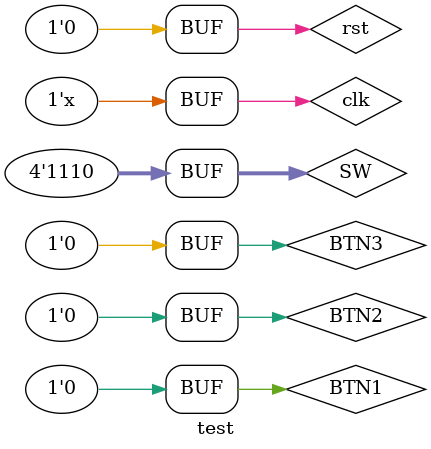
<source format=v>
`timescale 1ns / 1ps


module test;

	// Inputs
	reg clk;
	reg rst;
	reg BTN3;
	reg BTN2;
	reg BTN1;
	reg [3:0] SW;

	// Outputs
	wire [7:0] LED;
	wire [6:0] digit4;
	wire [6:0] digit3;
	wire [6:0] digit2;
	wire [6:0] digit1;

	// Instantiate the Unit Under Test (UUT)
	atm_code uut (
		.clk(clk), 
		.rst(rst), 
		.BTN3(BTN3), 
		.BTN2(BTN2), 
		.BTN1(BTN1), 
		.SW(SW), 
		.LED(LED), 
		.digit4(digit4), 
		.digit3(digit3), 
		.digit2(digit2), 
		.digit1(digit1)
	);

`timescale 1ns/1ps


// clock (modelling a 100 MHz clock)
/* 
please note that your testbench clock frequency does not have to
be the same as your actual clock frequency on the BASYS board
*/
always #5 clk = ~clk;

initial
begin
    // initilization
    clk  = 0;
    rst  = 0;
    BTN3 = 0;
    BTN2 = 0;
    BTN1 = 0;
    SW   = 0;
    
    // global reset
    #100;
    
    // ------------------------- Scenario starts here -------------------------
    
    // ----- a.reset the circuit
    rst = 1;
    #20; 
    rst = 0;
    #20;
    
    // ------------- b.Inset the debit card by pressing BTN3
    BTN3 = 1;       // press BTN3
    #10;            // one clock
    BTN3 = 0;       // release BTN3
    #10;            // one clock
    
    #30;            // wait for some random time (we used 3 clock cycles delay, you can change it)
    /* This random wait time is used to mimic waiting times between push button operations */
    
    // ------------- c.Enter the password correctly and go to the ATM menu state
    SW   = 4'b0000; // set password
    BTN3 = 1;       // press BTN3
    #10;
    BTN3 = 0;       // release BTN3
    #10;
    
    #30;            // wait for some random time
    
    // ------------- d.Go to the money operation state by pressing BTN3
    BTN3 = 1;       // press BTN3
    #10;
    BTN3 = 0;       // release BTN3
    #10;
    
    #30;            // wait for some random time
    
    // ------------- e.Deposit 5 into your account (by setting the SW and pressing BTN3)
    SW   = 4'b0101; // set amount of money to 5
    BTN3 = 1;       // press BTN3
    #10;
    BTN3 = 0;       // release BTN3
    #10;
    
    #30;            // wait for some random time
    
    // ------------- f.Go back to the ATM menu by pressing BTN1
    BTN1 = 1;       // press BTN1
    #10;
    BTN1 = 0;       // release BTN1
    #10;
    
    #30;            // wait for some random time
    
    // ------------- g.Go to password change state by pressing BTN2
    BTN2 = 1;       // press BTN2
    #10;
    BTN2 = 0;       // release BTN2
    #10;
    
    #30;            // wait for some random time
    
    // ------------- h.Enter the current password correctly (by setting the SW and pressing BTN3)
    SW   = 4'b0000; // set the password
    BTN3 = 1;       // press BTN3
    #10;
    BTN3 = 0;       // release BTN3
    #10;
    
    #30;            // wait for some random time
    
    // ------------- i.Enter the new password (by setting the SW and pressing BTN3)
    SW   = 4'b1001; // set the new password (let's say it is 1001)
    BTN3 = 1;       // press BTN3
    #10;
    BTN3 = 0;       // release BTN3
    #10;
    
    #30;            // wait for some random time
    
    // ------------- j.Log out from the ATM by pressing BTN1
    BTN1 = 1;       // press BTN1
    #10;
    BTN1 = 0;       // release BTN1
    #10;
    
    #30;            // wait for some random time
    
    // ------------- k.Inset the debit card by pressing BTN3
    BTN3 = 1;       // press BTN3
    #10;
    BTN3 = 0;       // release BTN3
    #10;
    
    #30;            // wait for some random time
    
    // ------------- l.Enter the password wrong for 3 times (by setting the SW and pressing BTN3)
    // ------ first try
    SW   = 4'b0000; // set wrong password
    BTN3 = 1;       // press BTN3
    #10;
    BTN3 = 0;       // release BTN3
    #10;
    #30;            // wait for some random time
    // ------ second try
    SW   = 4'b0100; // set wrong password
    BTN3 = 1;       // press BTN3
    #10;
    BTN3 = 0;       // release BTN3
    #10;
    #30;            // wait for some random time
    // ------ third try
    SW   = 4'b0010; // set wrong password
    BTN3 = 1;       // press BTN3
    #10;
    BTN3 = 0;       // release BTN3
    #10;
    #30;            // wait for some random time
    
    /*
    Here your circuit should be locked for 5 seconds.
    You'll implement timer for realizing wait operation.
    */
    
    #(100*10);       // wait 80 clock cycles for lock operation (you should change this delay time based on your design)
    
    // ------------- m.Inset the debit card by pressing BTN3
    BTN3 = 1;       // press BTN3
    #10;            // one clock
    BTN3 = 0;       // release BTN3
    #10;            // one clock
    
    #30;            // wait for some random time
    
    // ------------- n.Enter the password correctly and go to the ATM menu state (by setting the SW and pressing BTN3)
    SW   = 4'b1001; // set password
    BTN3 = 1;       // press BTN3
    #10;
    BTN3 = 0;       // release BTN3
    #10;
    
    #30;            // wait for some random time
    
    // ------------- o.Go to the money operation state by pressing BTN3
    BTN3 = 1;       // press BTN3
    #10;
    BTN3 = 0;       // release BTN3
    #10;
    
    #30;            // wait for some random time
    
    // ------------- p.Withdraw 4 from your account (by setting the SW and pressing BTN2)
    SW   = 4'b0100; // set amount of money to 4
    BTN2 = 1;       // press BTN2
    #10;
    BTN2 = 0;       // release BTN2
    #10;
    
    #30;            // wait for some random time
    
    // ------------- q.Withdraw 2 from your account (by setting the SW and pressing BTN2)
    SW   = 4'b0010; // set amount of money to 4
    BTN2 = 1;       // press BTN2
    #10;
    BTN2 = 0;       // release BTN2
    #10;
    
    #30;            // wait for some random time
    
    /*
    Due to insufficient balance in your account 
    (you have 1 in your account but you try to witdraw 2)
    Your circuit should be locked for 2.5 seconds.
    You'll implement timer for realizing wait operation.
    */
    
    #(50*10);       // wait 40 clock cycles for lock operation (you should change this delay time based on your design)
    
    // ------------- r.Go back to the ATM menu state by pressing BTN1
    BTN1 = 1;       // press BTN1
    #10;
    BTN1 = 0;       // release BTN1
    #10;
    
    #30;            // wait for some random time
    
    // ------------- s.Go to the password change state by pressing BTN2
    BTN2 = 1;       // press BTN2
    #10;
    BTN2 = 0;       // release BTN2
    #10;
    
    #30;            // wait for some random time
    
    // ------------- t.Enter the current password wrong for 3 times (by setting the SW and pressing BTN3 -- you should be logged out)
    // ------ first try
    SW   = 4'b0100; // set wrong password
    BTN3 = 1;       // press BTN3
    #10;
    BTN3 = 0;       // release BTN3
    #10;
    #30;            // wait for some random time
    // ------ second try
    SW   = 4'b0000; // set wrong password
    BTN3 = 1;       // press BTN3
    #10;
    BTN3 = 0;       // release BTN3
    #10;
    #30;            // wait for some random time
    // ------ third try
    SW   = 4'b1110; // set wrong password
    BTN3 = 1;       // press BTN3
    #10;
    BTN3 = 0;       // release BTN3
    #10;
    #30;            // wait for some random time
    
    /*
    Here your circuit should be locked for 5 seconds.
    You'll implement timer for realizing wait operation.
    */
    
    #(100*10);       // wait 80 clock cycles for lock operation (you should change this delay time based on your design)
    
    // ------------------------- Scenario ends here -------------------------

end


endmodule
</source>
